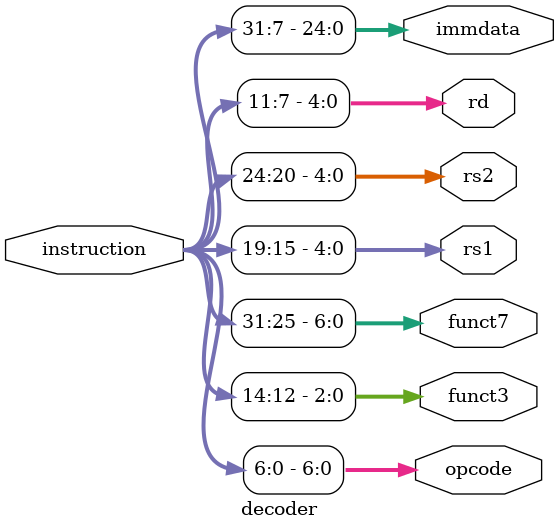
<source format=sv>
module decoder(
  input [31:0] instruction,

  output [6:0] opcode,
  output [2:0] funct3,
  output [6:0] funct7,
  output [4:0] rs1,
  output [4:0] rs2,
  output [4:0] rd,
  output [24:0] immdata

);

  reg [6:0] opcode;
  reg [2:0] funct3;
  reg [6:0] funct7;
  reg [4:0] rs1;
  reg [4:0] rs2;
  reg [4:0] rd;
  reg [24:0] immdata;

  always @(instruction)
    begin
        opcode = instruction[6:0];
        funct3 = instruction[14:12];
        funct7 = instruction[31:25];

        rs1 = instruction[19:15];
        rs2 = instruction[24:20];

        rd = instruction[11:7];

        immdata = instruction[31:7];

        // $display("opcode = %b", opcode);
        // $display("funct3 = %b", funct3);
        // $display("funct7 = %b", funct7);
        // $display("rs1 = %b", rs1);
        // $display("rs2 = %b", rs2);
        // $display("rd = %b", rd);
        // $display("immdata = %b", immdata);


    end

endmodule
</source>
